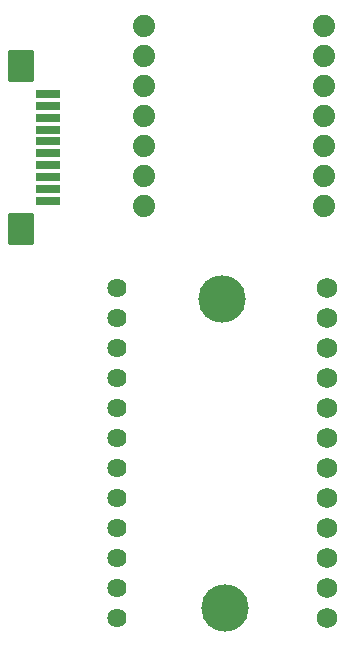
<source format=gts>
G04 Layer: TopSolderMaskLayer*
G04 EasyEDA v6.5.37, 2023-11-02 15:14:11*
G04 51ebc0fc367c43e49b7c5eeb1a90c70c,3a11b6de39944756a1cf0add2bf12301,10*
G04 Gerber Generator version 0.2*
G04 Scale: 100 percent, Rotated: No, Reflected: No *
G04 Dimensions in millimeters *
G04 leading zeros omitted , absolute positions ,4 integer and 5 decimal *
%FSLAX45Y45*%
%MOMM*%

%AMMACRO1*1,1,$1,$2,$3*1,1,$1,$4,$5*1,1,$1,0-$2,0-$3*1,1,$1,0-$4,0-$5*20,1,$1,$2,$3,$4,$5,0*20,1,$1,$4,$5,0-$2,0-$3,0*20,1,$1,0-$2,0-$3,0-$4,0-$5,0*20,1,$1,0-$4,0-$5,$2,$3,0*4,1,4,$2,$3,$4,$5,0-$2,0-$3,0-$4,0-$5,$2,$3,0*%
%ADD10C,1.6256*%
%ADD11C,1.7272*%
%ADD12C,4.0132*%
%ADD13C,1.8796*%
%ADD14MACRO1,0.1X1.05X1.3X1.05X-1.3*%
%ADD15MACRO1,0.1X1X0.3X1X-0.3*%

%LPD*%
D10*
G01*
X1943100Y3327400D03*
G01*
X1943100Y3073400D03*
G01*
X1943100Y2819400D03*
G01*
X1943100Y2565400D03*
G01*
X1943100Y2311400D03*
G01*
X1943100Y2057400D03*
G01*
X1943100Y1803400D03*
G01*
X1943100Y1549400D03*
G01*
X1943100Y1295400D03*
G01*
X1943100Y1041400D03*
G01*
X1943100Y787400D03*
G01*
X1943100Y533400D03*
D11*
G01*
X3721100Y533400D03*
G01*
X3721100Y787400D03*
G01*
X3721100Y1041400D03*
G01*
X3721100Y1295400D03*
G01*
X3721100Y1549400D03*
G01*
X3721100Y1803400D03*
G01*
X3721100Y2057400D03*
G01*
X3721100Y2311400D03*
G01*
X3721100Y2565400D03*
G01*
X3721100Y2819400D03*
G01*
X3721100Y3073400D03*
G01*
X3721100Y3327400D03*
D12*
G01*
X2832100Y3238500D03*
G01*
X2857500Y622300D03*
D13*
G01*
X2171700Y5295900D03*
G01*
X2171700Y5041900D03*
G01*
X2171700Y4787900D03*
G01*
X2171700Y4533900D03*
G01*
X2171700Y4279900D03*
G01*
X2171700Y4025900D03*
G01*
X2171700Y5549900D03*
G01*
X3695700Y5549900D03*
G01*
X3695700Y4025900D03*
G01*
X3695700Y4279900D03*
G01*
X3695700Y4533900D03*
G01*
X3695700Y4787900D03*
G01*
X3695700Y5041900D03*
G01*
X3695700Y5295900D03*
D14*
G01*
X1132099Y3828702D03*
G01*
X1132102Y5213697D03*
D15*
G01*
X1357101Y4071200D03*
G01*
X1357101Y4171200D03*
G01*
X1357101Y4271200D03*
G01*
X1357101Y4371200D03*
G01*
X1357101Y4471200D03*
G01*
X1357101Y4571199D03*
G01*
X1357101Y4671199D03*
G01*
X1357101Y4771199D03*
G01*
X1357101Y4871199D03*
G01*
X1357101Y4971199D03*
M02*

</source>
